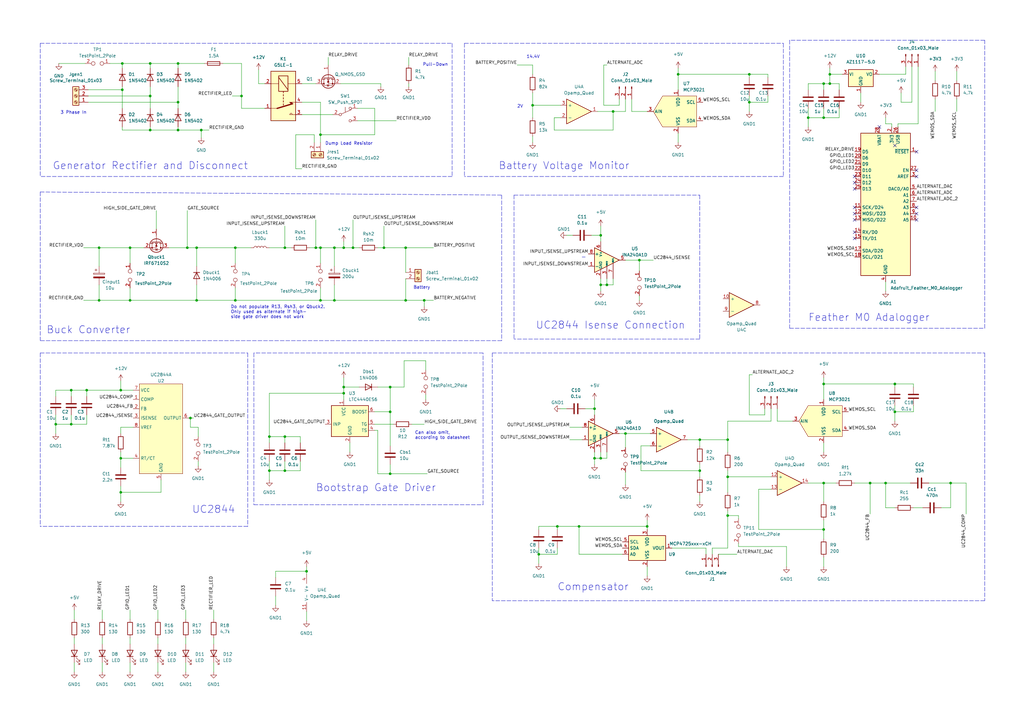
<source format=kicad_sch>
(kicad_sch (version 20211123) (generator eeschema)
  (paper "A3")
  (junction (at 61.595 53.34))
  (junction (at 129.54 101.6))
  (junction (at 337.82 34.29))
  (junction (at 251.46 45.72))
  (junction (at 29.21 173.99))
  (junction (at 96.52 101.6))
  (junction (at 243.84 167.64))
  (junction (at 157.48 101.6))
  (junction (at 287.02 193.04))
  (junction (at 298.45 180.34))
  (junction (at 110.49 193.04))
  (junction (at 337.82 217.17))
  (junction (at 278.13 30.48))
  (junction (at 265.43 215.9))
  (junction (at 246.38 116.84))
  (junction (at 35.56 160.02))
  (junction (at 131.445 55.245))
  (junction (at 40.64 101.6))
  (junction (at 337.82 157.48))
  (junction (at 78.105 171.45))
  (junction (at 29.21 160.02))
  (junction (at 166.37 123.19))
  (junction (at 287.02 180.34))
  (junction (at 61.595 39.37))
  (junction (at 137.16 101.6))
  (junction (at 173.99 123.19))
  (junction (at 131.445 101.6))
  (junction (at 166.37 101.6))
  (junction (at 53.34 101.6))
  (junction (at 144.78 101.6))
  (junction (at 82.55 53.34))
  (junction (at 61.595 26.035))
  (junction (at 49.53 187.96))
  (junction (at 137.16 123.19))
  (junction (at 307.34 30.48))
  (junction (at 53.34 123.19))
  (junction (at 131.445 123.19))
  (junction (at 73.025 41.91))
  (junction (at 116.84 101.6))
  (junction (at 337.82 198.12))
  (junction (at 125.73 234.315))
  (junction (at 160.02 168.91))
  (junction (at 246.38 96.52))
  (junction (at 363.22 198.12))
  (junction (at 73.025 26.035))
  (junction (at 110.49 179.07))
  (junction (at 49.53 160.02))
  (junction (at 337.82 48.26))
  (junction (at 140.97 161.29))
  (junction (at 228.6 215.9))
  (junction (at 220.98 227.33))
  (junction (at 96.52 123.19))
  (junction (at 40.64 123.19))
  (junction (at 22.86 173.99))
  (junction (at 218.44 43.18))
  (junction (at 340.36 34.29))
  (junction (at 331.47 48.26))
  (junction (at 80.645 101.6))
  (junction (at 49.53 201.93))
  (junction (at 298.45 211.455))
  (junction (at 340.36 30.48))
  (junction (at 80.645 123.19))
  (junction (at 367.03 168.91))
  (junction (at 237.49 215.9))
  (junction (at 262.255 106.68))
  (junction (at 298.45 195.58))
  (junction (at 356.87 198.12))
  (junction (at 256.54 177.8))
  (junction (at 160.02 158.75))
  (junction (at 160.02 194.31))
  (junction (at 140.97 158.75))
  (junction (at 140.97 101.6))
  (junction (at 50.165 36.83))
  (junction (at 73.025 53.34))
  (junction (at 389.89 198.12))
  (junction (at 116.84 193.04))
  (junction (at 246.38 187.96))
  (junction (at 243.84 187.96))
  (junction (at 99.06 39.37))
  (junction (at 76.835 101.6))
  (junction (at 367.03 157.48))
  (junction (at 116.84 179.07))
  (junction (at 50.165 26.035))
  (junction (at 307.34 41.91))
  (junction (at 248.92 116.84))
  (no_connect (at 350.52 74.93))
  (no_connect (at 350.52 77.47))
  (no_connect (at 350.52 72.39))
  (no_connect (at 350.52 90.17))
  (no_connect (at 350.52 87.63))
  (no_connect (at 350.52 85.09))
  (no_connect (at 375.92 62.23))
  (no_connect (at 375.92 69.85))
  (no_connect (at 375.92 72.39))
  (no_connect (at 375.92 90.17))
  (no_connect (at 375.92 85.09))
  (no_connect (at 375.92 87.63))
  (no_connect (at 350.52 97.79))
  (no_connect (at 350.52 95.25))
  (no_connect (at 367.03 59.69))
  (no_connect (at 360.68 52.07))
  (wire (pts (xy 298.45 172.72) (xy 316.23 172.72)))
  (wire (pts (xy 30.48 261.62) (xy 30.48 264.16)))
  (wire (pts (xy 251.46 116.84) (xy 248.92 116.84)))
  (wire (pts (xy 259.08 45.72) (xy 265.43 45.72)))
  (wire (pts (xy 153.67 173.99) (xy 161.29 173.99)))
  (polyline (pts (xy 321.31 17.78) (xy 321.31 72.39)))
  (wire (pts (xy 50.165 36.83) (xy 50.165 44.45)))
  (wire (pts (xy 99.06 26.035) (xy 99.06 39.37)))
  (wire (pts (xy 307.34 41.91) (xy 314.96 41.91)))
  (wire (pts (xy 166.37 114.3) (xy 166.37 123.19)))
  (wire (pts (xy 247.65 26.67) (xy 247.65 43.18)))
  (wire (pts (xy 166.37 101.6) (xy 177.8 101.6)))
  (polyline (pts (xy 105.41 144.78) (xy 105.41 144.78)))
  (wire (pts (xy 125.73 250.825) (xy 125.73 254.635)))
  (wire (pts (xy 140.97 154.94) (xy 140.97 158.75)))
  (wire (pts (xy 154.94 176.53) (xy 153.67 176.53)))
  (wire (pts (xy 41.91 250.19) (xy 41.91 254)))
  (wire (pts (xy 302.895 224.155) (xy 322.58 224.155)))
  (wire (pts (xy 337.82 217.17) (xy 337.82 220.98)))
  (wire (pts (xy 73.025 35.56) (xy 73.025 41.91)))
  (wire (pts (xy 337.82 157.48) (xy 367.03 157.48)))
  (wire (pts (xy 49.53 201.93) (xy 49.53 205.74)))
  (wire (pts (xy 134.62 23.495) (xy 134.62 26.67)))
  (wire (pts (xy 298.45 224.79) (xy 292.1 224.79)))
  (wire (pts (xy 331.47 48.26) (xy 337.82 48.26)))
  (wire (pts (xy 240.03 167.64) (xy 243.84 167.64)))
  (polyline (pts (xy 323.85 16.51) (xy 323.85 16.51)))
  (polyline (pts (xy 323.85 16.51) (xy 323.85 134.62)))
  (wire (pts (xy 298.45 193.04) (xy 298.45 195.58)))
  (wire (pts (xy 49.53 185.42) (xy 49.53 187.96)))
  (wire (pts (xy 36.195 41.91) (xy 73.025 41.91)))
  (wire (pts (xy 87.63 271.78) (xy 87.63 275.59)))
  (wire (pts (xy 125.73 234.315) (xy 113.03 234.315)))
  (wire (pts (xy 64.77 261.62) (xy 64.77 264.16)))
  (wire (pts (xy 127 101.6) (xy 129.54 101.6)))
  (wire (pts (xy 49.53 187.96) (xy 49.53 191.77)))
  (polyline (pts (xy 16.51 78.74) (xy 16.51 139.7)))
  (wire (pts (xy 369.57 38.1) (xy 369.57 41.91)))
  (wire (pts (xy 248.92 185.42) (xy 248.92 187.96)))
  (wire (pts (xy 77.47 171.45) (xy 78.105 171.45)))
  (wire (pts (xy 64.77 250.19) (xy 64.77 254)))
  (wire (pts (xy 30.48 271.78) (xy 30.48 275.59)))
  (wire (pts (xy 340.36 34.29) (xy 344.17 34.29)))
  (wire (pts (xy 238.76 175.26) (xy 233.68 175.26)))
  (polyline (pts (xy 185.42 17.78) (xy 185.42 72.39)))
  (wire (pts (xy 53.34 123.19) (xy 80.645 123.19)))
  (wire (pts (xy 50.165 53.34) (xy 61.595 53.34)))
  (wire (pts (xy 35.56 170.18) (xy 35.56 173.99)))
  (polyline (pts (xy 403.86 144.78) (xy 403.86 246.38)))
  (wire (pts (xy 40.64 116.84) (xy 40.64 123.19)))
  (wire (pts (xy 116.84 193.04) (xy 116.84 189.23)))
  (wire (pts (xy 246.38 92.71) (xy 246.38 96.52)))
  (wire (pts (xy 131.445 41.91) (xy 131.445 55.245)))
  (wire (pts (xy 287.02 190.5) (xy 287.02 193.04)))
  (wire (pts (xy 218.44 43.18) (xy 229.87 43.18)))
  (wire (pts (xy 50.165 35.56) (xy 50.165 36.83)))
  (wire (pts (xy 238.76 180.34) (xy 233.68 180.34)))
  (wire (pts (xy 266.7 182.88) (xy 262.89 182.88)))
  (polyline (pts (xy 210.82 80.01) (xy 210.82 139.065)))
  (wire (pts (xy 110.49 189.23) (xy 110.49 193.04)))
  (wire (pts (xy 36.195 39.37) (xy 61.595 39.37)))
  (polyline (pts (xy 210.82 80.01) (xy 287.02 80.01)))
  (wire (pts (xy 255.27 227.33) (xy 237.49 227.33)))
  (wire (pts (xy 24.13 26.035) (xy 34.925 26.035)))
  (wire (pts (xy 365.76 52.07) (xy 365.76 50.8)))
  (wire (pts (xy 363.22 50.8) (xy 363.22 48.26)))
  (wire (pts (xy 66.04 201.93) (xy 66.04 196.85)))
  (wire (pts (xy 116.84 193.04) (xy 123.19 193.04)))
  (wire (pts (xy 371.475 30.48) (xy 371.475 27.305)))
  (wire (pts (xy 228.6 215.9) (xy 220.98 215.9)))
  (polyline (pts (xy 205.74 80.01) (xy 205.74 139.7)))
  (polyline (pts (xy 287.02 80.01) (xy 287.02 139.065)))
  (wire (pts (xy 96.52 118.11) (xy 96.52 123.19)))
  (polyline (pts (xy 201.93 144.78) (xy 201.93 246.38)))
  (wire (pts (xy 298.45 211.455) (xy 298.45 224.79)))
  (polyline (pts (xy 16.51 144.78) (xy 101.6 144.78)))
  (wire (pts (xy 262.255 106.68) (xy 262.255 111.125)))
  (wire (pts (xy 165.735 147.955) (xy 174.625 147.955)))
  (wire (pts (xy 53.34 101.6) (xy 53.34 107.95)))
  (wire (pts (xy 54.61 175.26) (xy 49.53 175.26)))
  (wire (pts (xy 34.29 123.19) (xy 40.64 123.19)))
  (wire (pts (xy 166.37 123.19) (xy 173.99 123.19)))
  (wire (pts (xy 316.23 200.66) (xy 311.15 200.66)))
  (polyline (pts (xy 185.42 72.39) (xy 16.51 72.39)))
  (wire (pts (xy 174.625 147.955) (xy 174.625 151.765)))
  (polyline (pts (xy 205.74 139.7) (xy 16.51 139.7)))
  (wire (pts (xy 41.91 271.78) (xy 41.91 275.59)))
  (polyline (pts (xy 190.5 17.78) (xy 321.31 17.78)))
  (wire (pts (xy 308.61 153.67) (xy 307.34 153.67)))
  (wire (pts (xy 106.045 28.575) (xy 106.045 34.29)))
  (wire (pts (xy 243.84 187.96) (xy 246.38 187.96)))
  (wire (pts (xy 367.03 166.37) (xy 367.03 168.91)))
  (wire (pts (xy 160.02 158.75) (xy 160.02 168.91)))
  (wire (pts (xy 251.46 53.34) (xy 227.33 53.34)))
  (wire (pts (xy 298.45 195.58) (xy 316.23 195.58)))
  (wire (pts (xy 389.89 208.28) (xy 389.89 198.12)))
  (wire (pts (xy 110.49 101.6) (xy 116.84 101.6)))
  (wire (pts (xy 218.44 43.18) (xy 218.44 48.26)))
  (wire (pts (xy 287.02 193.04) (xy 262.89 193.04)))
  (wire (pts (xy 78.105 171.45) (xy 79.375 171.45)))
  (wire (pts (xy 22.86 173.99) (xy 22.86 177.8)))
  (wire (pts (xy 383.54 29.21) (xy 383.54 33.02)))
  (wire (pts (xy 87.63 250.19) (xy 87.63 254)))
  (wire (pts (xy 256.54 183.515) (xy 256.54 177.8)))
  (polyline (pts (xy 190.5 17.78) (xy 190.5 72.39)))
  (wire (pts (xy 53.34 118.11) (xy 53.34 123.19)))
  (wire (pts (xy 137.16 123.19) (xy 137.16 116.84)))
  (wire (pts (xy 302.895 222.885) (xy 302.895 224.155)))
  (wire (pts (xy 367.03 168.91) (xy 374.65 168.91)))
  (wire (pts (xy 29.21 162.56) (xy 29.21 160.02)))
  (wire (pts (xy 243.84 163.83) (xy 243.84 167.64)))
  (wire (pts (xy 218.44 38.1) (xy 218.44 43.18)))
  (wire (pts (xy 220.98 227.33) (xy 228.6 227.33)))
  (wire (pts (xy 22.86 160.02) (xy 22.86 162.56)))
  (wire (pts (xy 137.16 101.6) (xy 137.16 109.22)))
  (wire (pts (xy 331.47 48.26) (xy 331.47 52.07)))
  (wire (pts (xy 374.65 168.91) (xy 374.65 166.37)))
  (wire (pts (xy 237.49 215.9) (xy 265.43 215.9)))
  (wire (pts (xy 34.29 101.6) (xy 40.64 101.6)))
  (wire (pts (xy 80.645 101.6) (xy 96.52 101.6)))
  (polyline (pts (xy 104.14 207.01) (xy 198.12 207.01)))
  (wire (pts (xy 45.085 26.035) (xy 50.165 26.035)))
  (wire (pts (xy 337.82 157.48) (xy 337.82 163.83)))
  (wire (pts (xy 227.33 48.26) (xy 229.87 48.26)))
  (wire (pts (xy 298.45 211.455) (xy 302.895 211.455)))
  (wire (pts (xy 116.84 101.6) (xy 119.38 101.6)))
  (polyline (pts (xy 287.02 139.065) (xy 210.82 139.065)))
  (wire (pts (xy 123.19 189.23) (xy 123.19 193.04)))
  (wire (pts (xy 340.36 27.94) (xy 340.36 30.48)))
  (wire (pts (xy 113.03 234.315) (xy 113.03 236.855)))
  (wire (pts (xy 64.135 86.36) (xy 64.135 93.98)))
  (wire (pts (xy 278.13 30.48) (xy 278.13 36.83)))
  (wire (pts (xy 61.595 35.56) (xy 61.595 39.37)))
  (wire (pts (xy 298.45 201.93) (xy 298.45 195.58)))
  (polyline (pts (xy 16.51 78.74) (xy 205.74 80.01)))
  (wire (pts (xy 128.905 58.42) (xy 128.905 55.245)))
  (wire (pts (xy 154.94 101.6) (xy 157.48 101.6)))
  (wire (pts (xy 278.13 30.48) (xy 307.34 30.48)))
  (wire (pts (xy 61.595 26.035) (xy 61.595 27.94)))
  (wire (pts (xy 154.94 158.75) (xy 160.02 158.75)))
  (wire (pts (xy 174.625 161.925) (xy 174.625 163.83)))
  (polyline (pts (xy 403.86 246.38) (xy 201.93 246.38)))
  (wire (pts (xy 131.445 55.245) (xy 131.445 58.42)))
  (wire (pts (xy 262.255 121.285) (xy 262.255 123.19)))
  (wire (pts (xy 123.825 46.99) (xy 136.525 46.99)))
  (wire (pts (xy 254 177.8) (xy 256.54 177.8)))
  (wire (pts (xy 76.2 261.62) (xy 76.2 264.16)))
  (wire (pts (xy 212.09 26.67) (xy 218.44 26.67)))
  (polyline (pts (xy 403.86 16.51) (xy 323.85 16.51)))
  (wire (pts (xy 289.56 224.79) (xy 289.56 227.33)))
  (wire (pts (xy 365.76 50.8) (xy 363.22 50.8)))
  (wire (pts (xy 61.595 39.37) (xy 61.595 44.45)))
  (wire (pts (xy 143.51 181.61) (xy 143.51 185.42)))
  (wire (pts (xy 49.53 187.96) (xy 54.61 187.96)))
  (wire (pts (xy 311.15 200.66) (xy 311.15 217.17)))
  (wire (pts (xy 367.03 208.28) (xy 363.22 208.28)))
  (wire (pts (xy 278.13 27.94) (xy 278.13 30.48)))
  (polyline (pts (xy 101.6 144.78) (xy 101.6 215.9)))
  (wire (pts (xy 53.34 271.78) (xy 53.34 275.59)))
  (wire (pts (xy 22.86 173.99) (xy 29.21 173.99)))
  (wire (pts (xy 76.835 101.6) (xy 69.215 101.6)))
  (wire (pts (xy 353.06 38.1) (xy 353.06 41.91)))
  (wire (pts (xy 99.06 44.45) (xy 108.585 44.45)))
  (wire (pts (xy 73.025 53.34) (xy 82.55 53.34)))
  (wire (pts (xy 64.77 271.78) (xy 64.77 275.59)))
  (polyline (pts (xy 238.76 105.41) (xy 240.03 105.41)))
  (wire (pts (xy 167.64 23.495) (xy 167.64 26.67)))
  (wire (pts (xy 232.41 167.64) (xy 229.87 167.64)))
  (wire (pts (xy 128.905 55.245) (xy 121.285 55.245)))
  (polyline (pts (xy 101.6 215.9) (xy 16.51 215.9)))
  (wire (pts (xy 298.45 209.55) (xy 298.45 211.455)))
  (wire (pts (xy 265.43 213.36) (xy 265.43 215.9)))
  (wire (pts (xy 147.32 101.6) (xy 144.78 101.6)))
  (wire (pts (xy 248.92 114.3) (xy 248.92 116.84)))
  (wire (pts (xy 36.195 36.83) (xy 50.165 36.83)))
  (wire (pts (xy 49.53 175.26) (xy 49.53 177.8)))
  (wire (pts (xy 146.685 44.45) (xy 153.67 44.45)))
  (wire (pts (xy 160.02 158.75) (xy 165.735 158.75)))
  (wire (pts (xy 262.255 106.68) (xy 267.97 106.68)))
  (wire (pts (xy 386.08 208.28) (xy 389.89 208.28)))
  (wire (pts (xy 137.16 101.6) (xy 140.97 101.6)))
  (wire (pts (xy 256.54 177.8) (xy 266.7 177.8)))
  (wire (pts (xy 160.02 190.5) (xy 160.02 194.31)))
  (wire (pts (xy 337.82 34.29) (xy 331.47 34.29)))
  (wire (pts (xy 40.64 101.6) (xy 40.64 109.22)))
  (wire (pts (xy 363.22 198.12) (xy 373.38 198.12)))
  (wire (pts (xy 80.645 123.19) (xy 96.52 123.19)))
  (wire (pts (xy 287.02 203.2) (xy 287.02 205.74)))
  (wire (pts (xy 287.02 193.04) (xy 287.02 195.58)))
  (wire (pts (xy 153.67 168.91) (xy 160.02 168.91)))
  (wire (pts (xy 246.38 96.52) (xy 246.38 99.06)))
  (wire (pts (xy 80.645 116.84) (xy 80.645 123.19)))
  (wire (pts (xy 318.77 172.72) (xy 325.12 172.72)))
  (wire (pts (xy 116.84 179.07) (xy 123.19 179.07)))
  (wire (pts (xy 331.47 34.29) (xy 331.47 36.83)))
  (wire (pts (xy 99.06 39.37) (xy 99.06 44.45)))
  (wire (pts (xy 49.53 199.39) (xy 49.53 201.93)))
  (wire (pts (xy 243.84 185.42) (xy 243.84 187.96)))
  (wire (pts (xy 307.34 39.37) (xy 307.34 41.91)))
  (wire (pts (xy 110.49 193.04) (xy 116.84 193.04)))
  (wire (pts (xy 340.36 30.48) (xy 345.44 30.48)))
  (wire (pts (xy 129.54 101.6) (xy 131.445 101.6)))
  (wire (pts (xy 49.53 160.02) (xy 35.56 160.02)))
  (wire (pts (xy 248.92 187.96) (xy 246.38 187.96)))
  (wire (pts (xy 125.73 234.315) (xy 125.73 232.41)))
  (wire (pts (xy 298.45 172.72) (xy 298.45 180.34)))
  (wire (pts (xy 356.87 198.12) (xy 356.87 210.82)))
  (wire (pts (xy 157.48 101.6) (xy 166.37 101.6)))
  (wire (pts (xy 389.89 198.12) (xy 396.24 198.12)))
  (wire (pts (xy 383.54 40.64) (xy 383.54 45.72)))
  (wire (pts (xy 259.08 45.72) (xy 259.08 40.64)))
  (wire (pts (xy 251.46 45.72) (xy 256.54 45.72)))
  (wire (pts (xy 29.21 173.99) (xy 29.21 170.18)))
  (wire (pts (xy 298.45 185.42) (xy 298.45 180.34)))
  (wire (pts (xy 125.73 235.585) (xy 125.73 234.315)))
  (wire (pts (xy 356.87 198.12) (xy 363.22 198.12)))
  (wire (pts (xy 262.89 182.88) (xy 262.89 193.04)))
  (wire (pts (xy 154.94 194.31) (xy 154.94 176.53)))
  (wire (pts (xy 245.11 45.72) (xy 251.46 45.72)))
  (wire (pts (xy 80.645 109.22) (xy 80.645 101.6)))
  (wire (pts (xy 314.96 41.91) (xy 314.96 39.37)))
  (wire (pts (xy 96.52 101.6) (xy 96.52 107.95)))
  (polyline (pts (xy 16.51 17.78) (xy 185.42 17.78)))
  (wire (pts (xy 337.82 213.36) (xy 337.82 217.17)))
  (wire (pts (xy 96.52 123.19) (xy 131.445 123.19)))
  (wire (pts (xy 140.97 163.83) (xy 140.97 161.29)))
  (wire (pts (xy 337.82 154.94) (xy 337.82 157.48)))
  (wire (pts (xy 110.49 179.07) (xy 110.49 181.61)))
  (polyline (pts (xy 104.14 144.78) (xy 104.14 207.01)))
  (wire (pts (xy 376.555 27.305) (xy 376.555 50.8)))
  (wire (pts (xy 311.15 217.17) (xy 337.82 217.17)))
  (wire (pts (xy 61.595 52.07) (xy 61.595 53.34)))
  (wire (pts (xy 374.65 208.28) (xy 378.46 208.28)))
  (wire (pts (xy 123.19 179.07) (xy 123.19 181.61)))
  (wire (pts (xy 337.82 198.12) (xy 337.82 205.74)))
  (wire (pts (xy 337.82 181.61) (xy 337.82 185.42)))
  (wire (pts (xy 256.54 106.68) (xy 262.255 106.68)))
  (wire (pts (xy 265.43 215.9) (xy 265.43 217.17)))
  (wire (pts (xy 337.82 34.29) (xy 340.36 34.29)))
  (wire (pts (xy 316.23 172.72) (xy 316.23 167.64)))
  (wire (pts (xy 153.67 55.245) (xy 131.445 55.245)))
  (wire (pts (xy 337.82 48.26) (xy 344.17 48.26)))
  (wire (pts (xy 129.54 90.17) (xy 129.54 101.6)))
  (wire (pts (xy 363.22 115.57) (xy 363.22 119.38)))
  (wire (pts (xy 76.835 86.36) (xy 76.835 101.6)))
  (wire (pts (xy 242.57 96.52) (xy 246.38 96.52)))
  (polyline (pts (xy 198.12 144.78) (xy 104.14 144.78)))
  (wire (pts (xy 243.84 187.96) (xy 243.84 190.5)))
  (wire (pts (xy 307.34 30.48) (xy 307.34 31.75)))
  (wire (pts (xy 246.38 116.84) (xy 246.38 119.38)))
  (wire (pts (xy 80.645 101.6) (xy 76.835 101.6)))
  (wire (pts (xy 131.445 118.11) (xy 131.445 123.19)))
  (wire (pts (xy 87.63 261.62) (xy 87.63 264.16)))
  (wire (pts (xy 307.34 41.91) (xy 307.34 45.72)))
  (wire (pts (xy 140.97 161.29) (xy 140.97 158.75)))
  (wire (pts (xy 337.82 36.83) (xy 337.82 34.29)))
  (polyline (pts (xy 16.51 17.78) (xy 16.51 72.39)))
  (wire (pts (xy 246.38 185.42) (xy 246.38 187.96)))
  (wire (pts (xy 140.97 158.75) (xy 147.32 158.75)))
  (wire (pts (xy 344.17 34.29) (xy 344.17 36.83)))
  (wire (pts (xy 220.98 227.33) (xy 220.98 231.14)))
  (wire (pts (xy 251.46 45.72) (xy 251.46 53.34)))
  (wire (pts (xy 248.92 26.67) (xy 247.65 26.67)))
  (wire (pts (xy 116.84 179.07) (xy 110.49 179.07)))
  (wire (pts (xy 110.49 179.07) (xy 110.49 161.29)))
  (wire (pts (xy 168.91 173.99) (xy 173.99 173.99)))
  (wire (pts (xy 256.54 193.675) (xy 256.54 198.755)))
  (wire (pts (xy 246.38 116.84) (xy 248.92 116.84)))
  (wire (pts (xy 256.54 45.72) (xy 256.54 40.64)))
  (wire (pts (xy 146.685 49.53) (xy 162.56 49.53)))
  (wire (pts (xy 344.17 44.45) (xy 344.17 48.26)))
  (wire (pts (xy 116.84 181.61) (xy 116.84 179.07)))
  (wire (pts (xy 22.86 170.18) (xy 22.86 173.99)))
  (wire (pts (xy 234.95 96.52) (xy 232.41 96.52)))
  (wire (pts (xy 50.165 27.94) (xy 50.165 26.035)))
  (wire (pts (xy 367.03 168.91) (xy 367.03 172.72)))
  (wire (pts (xy 302.895 212.725) (xy 302.895 211.455)))
  (wire (pts (xy 254 40.64) (xy 254 43.18)))
  (wire (pts (xy 73.025 52.07) (xy 73.025 53.34)))
  (wire (pts (xy 278.13 54.61) (xy 278.13 58.42)))
  (wire (pts (xy 110.49 161.29) (xy 140.97 161.29)))
  (wire (pts (xy 41.91 261.62) (xy 41.91 264.16)))
  (wire (pts (xy 121.285 69.215) (xy 123.825 69.215)))
  (wire (pts (xy 368.3 50.8) (xy 376.555 50.8)))
  (wire (pts (xy 337.82 48.26) (xy 337.82 44.45)))
  (wire (pts (xy 368.3 52.07) (xy 368.3 50.8)))
  (polyline (pts (xy 323.85 134.62) (xy 403.86 134.62)))
  (wire (pts (xy 243.84 167.64) (xy 243.84 170.18)))
  (wire (pts (xy 228.6 215.9) (xy 228.6 217.17)))
  (wire (pts (xy 166.37 101.6) (xy 166.37 111.76)))
  (wire (pts (xy 53.34 250.19) (xy 53.34 254)))
  (wire (pts (xy 49.53 160.02) (xy 49.53 156.21)))
  (wire (pts (xy 137.16 123.19) (xy 166.37 123.19)))
  (wire (pts (xy 331.47 44.45) (xy 331.47 48.26)))
  (wire (pts (xy 76.2 271.78) (xy 76.2 275.59)))
  (wire (pts (xy 106.045 34.29) (xy 108.585 34.29)))
  (wire (pts (xy 389.89 198.12) (xy 381 198.12)))
  (wire (pts (xy 160.02 168.91) (xy 160.02 182.88)))
  (polyline (pts (xy 198.12 207.01) (xy 198.12 144.78)))
  (wire (pts (xy 54.61 160.02) (xy 49.53 160.02)))
  (wire (pts (xy 49.53 201.93) (xy 66.04 201.93)))
  (wire (pts (xy 313.69 167.64) (xy 313.69 170.18)))
  (wire (pts (xy 139.7 34.29) (xy 156.21 34.29)))
  (wire (pts (xy 220.98 215.9) (xy 220.98 217.17)))
  (wire (pts (xy 275.59 224.79) (xy 289.56 224.79)))
  (wire (pts (xy 292.1 224.79) (xy 292.1 227.33)))
  (wire (pts (xy 173.99 123.19) (xy 173.99 125.73)))
  (wire (pts (xy 337.82 228.6) (xy 337.82 232.41)))
  (wire (pts (xy 350.52 198.12) (xy 356.87 198.12)))
  (wire (pts (xy 360.68 30.48) (xy 371.475 30.48)))
  (wire (pts (xy 53.34 101.6) (xy 59.055 101.6)))
  (wire (pts (xy 116.84 92.71) (xy 116.84 101.6)))
  (wire (pts (xy 29.21 160.02) (xy 35.56 160.02)))
  (wire (pts (xy 173.99 123.19) (xy 177.8 123.19)))
  (wire (pts (xy 363.22 208.28) (xy 363.22 198.12)))
  (wire (pts (xy 123.825 41.91) (xy 131.445 41.91)))
  (wire (pts (xy 40.64 101.6) (xy 53.34 101.6)))
  (wire (pts (xy 76.2 250.19) (xy 76.2 254)))
  (wire (pts (xy 392.43 40.64) (xy 392.43 45.72)))
  (wire (pts (xy 30.48 250.19) (xy 30.48 254)))
  (wire (pts (xy 50.165 52.07) (xy 50.165 53.34)))
  (wire (pts (xy 50.165 26.035) (xy 61.595 26.035)))
  (wire (pts (xy 140.97 101.6) (xy 144.78 101.6)))
  (polyline (pts (xy 403.86 134.62) (xy 403.86 16.51)))
  (wire (pts (xy 165.735 158.75) (xy 165.735 147.955)))
  (wire (pts (xy 287.02 180.34) (xy 287.02 182.88)))
  (wire (pts (xy 144.78 90.17) (xy 144.78 101.6)))
  (wire (pts (xy 314.96 30.48) (xy 314.96 31.75)))
  (wire (pts (xy 392.43 29.21) (xy 392.43 33.02)))
  (wire (pts (xy 131.445 123.19) (xy 137.16 123.19)))
  (wire (pts (xy 157.48 92.71) (xy 157.48 101.6)))
  (wire (pts (xy 322.58 224.155) (xy 322.58 232.41)))
  (wire (pts (xy 331.47 198.12) (xy 337.82 198.12)))
  (wire (pts (xy 227.33 53.34) (xy 227.33 48.26)))
  (wire (pts (xy 78.105 171.45) (xy 78.105 175.26)))
  (wire (pts (xy 35.56 160.02) (xy 35.56 162.56)))
  (wire (pts (xy 156.21 35.56) (xy 156.21 34.29)))
  (wire (pts (xy 374.015 27.305) (xy 374.015 41.91)))
  (wire (pts (xy 160.02 194.31) (xy 154.94 194.31)))
  (wire (pts (xy 220.98 224.79) (xy 220.98 227.33)))
  (wire (pts (xy 313.69 170.18) (xy 307.34 170.18)))
  (wire (pts (xy 81.28 175.26) (xy 81.28 179.07)))
  (wire (pts (xy 73.025 26.035) (xy 73.025 27.94)))
  (wire (pts (xy 140.97 99.06) (xy 140.97 101.6)))
  (wire (pts (xy 95.25 39.37) (xy 99.06 39.37)))
  (wire (pts (xy 73.025 26.035) (xy 83.82 26.035)))
  (wire (pts (xy 61.595 53.34) (xy 73.025 53.34)))
  (wire (pts (xy 73.025 41.91) (xy 73.025 44.45)))
  (wire (pts (xy 337.82 198.12) (xy 342.9 198.12)))
  (wire (pts (xy 131.445 101.6) (xy 137.16 101.6)))
  (wire (pts (xy 40.64 123.19) (xy 53.34 123.19)))
  (wire (pts (xy 396.24 198.12) (xy 396.24 210.82)))
  (polyline (pts (xy 321.31 72.39) (xy 190.5 72.39)))
  (wire (pts (xy 113.03 244.475) (xy 113.03 248.285)))
  (wire (pts (xy 254 43.18) (xy 247.65 43.18)))
  (wire (pts (xy 78.105 175.26) (xy 81.28 175.26)))
  (wire (pts (xy 237.49 215.9) (xy 228.6 215.9)))
  (wire (pts (xy 314.96 30.48) (xy 307.34 30.48)))
  (wire (pts (xy 218.44 26.67) (xy 218.44 30.48)))
  (wire (pts (xy 53.34 261.62) (xy 53.34 264.16)))
  (wire (pts (xy 298.45 180.34) (xy 287.02 180.34)))
  (wire (pts (xy 153.67 44.45) (xy 153.67 55.245)))
  (wire (pts (xy 218.44 55.88) (xy 218.44 58.42)))
  (polyline (pts (xy 16.51 144.78) (xy 16.51 215.9)))
  (wire (pts (xy 307.34 153.67) (xy 307.34 170.18)))
  (wire (pts (xy 369.57 41.91) (xy 374.015 41.91)))
  (wire (pts (xy 91.44 26.035) (xy 99.06 26.035)))
  (wire (pts (xy 160.02 194.31) (xy 175.26 194.31)))
  (wire (pts (xy 123.825 34.29) (xy 129.54 34.29)))
  (wire (pts (xy 61.595 26.035) (xy 73.025 26.035)))
  (wire (pts (xy 318.77 172.72) (xy 318.77 167.64)))
  (wire (pts (xy 367.03 157.48) (xy 367.03 158.75)))
  (wire (pts (xy 237.49 227.33) (xy 237.49 215.9)))
  (wire (pts (xy 265.43 232.41) (xy 265.43 236.22)))
  (wire (pts (xy 281.94 180.34) (xy 287.02 180.34)))
  (wire (pts (xy 340.36 30.48) (xy 340.36 34.29)))
  (wire (pts (xy 82.55 53.34) (xy 82.55 56.515)))
  (wire (pts (xy 246.38 114.3) (xy 246.38 116.84)))
  (wire (pts (xy 121.285 55.245) (xy 121.285 69.215)))
  (wire (pts (xy 131.445 101.6) (xy 131.445 107.95)))
  (wire (pts (xy 228.6 227.33) (xy 228.6 224.79)))
  (wire (pts (xy 96.52 101.6) (xy 102.87 101.6)))
  (polyline (pts (xy 201.93 144.78) (xy 403.86 144.78)))
  (wire (pts (xy 29.21 160.02) (xy 22.86 160.02)))
  (wire (pts (xy 82.55 53.34) (xy 85.725 53.34)))
  (wire (pts (xy 110.49 193.04) (xy 110.49 196.85)))
  (wire (pts (xy 29.21 173.99) (xy 35.56 173.99)))
  (wire (pts (xy 374.65 157.48) (xy 374.65 158.75)))
  (wire (pts (xy 294.64 227.33) (xy 302.26 227.33)))
  (wire (pts (xy 167.64 34.29) (xy 167.64 35.56)))
  (wire (pts (xy 81.28 189.23) (xy 81.28 191.135)))
  (wire (pts (xy 374.65 157.48) (xy 367.03 157.48)))
  (wire (pts (xy 251.46 114.3) (xy 251.46 116.84)))
  (text "Bootstrap Gate Driver" (at 129.54 201.93 0) (effects (font (size 3 3)) (justify left bottom)))
  (text "Can also omit, \naccording to datasheet" (at 170.18 180.34 0) (effects (font (size 1.27 1.27)) (justify left bottom)))
  (text "UC2844" (at 78.74 210.82 0) (effects (font (size 3 3)) (justify left bottom)))
  (text "14.4V" (at 215.9 24.13 0) (effects (font (size 1.27 1.27)) (justify left bottom)))
  (text "UC2844 Isense Connection" (at 219.71 135.255 0) (effects (font (size 3 3)) (justify left bottom)))
  (text "Pull-Down" (at 173.355 27.305 0) (effects (font (size 1.27 1.27)) (justify left bottom)))
  (text "2V" (at 212.09 44.45 0) (effects (font (size 1.27 1.27)) (justify left bottom)))
  (text "Generator Rectifier and Disconnect" (at 21.59 69.85 0) (effects (font (size 3 3)) (justify left bottom)))
  (text "Compensator" (at 228.6 242.57 0) (effects (font (size 3 3)) (justify left bottom)))
  (text "Do not populate R13, Rsh3, or Qbuck2.\nOnly used as alternate if high-\nside gate driver does not work" (at 94.615 130.81 0) (effects (font (size 1.27 1.27)) (justify left bottom)))
  (text "Battery Voltage Monitor" (at 204.47 69.85 0) (effects (font (size 3 3)) (justify left bottom)))
  (text "Buck Converter" (at 19.05 137.16 0) (effects (font (size 3 3)) (justify left bottom)))
  (text "Battery" (at 169.545 118.745 0) (effects (font (size 1.27 1.27)) (justify left bottom)))
  (text "3 Phase In" (at 24.765 46.99 0) (effects (font (size 1.27 1.27)) (justify left bottom)))
  (text "Dump Load Resistor" (at 133.35 59.69 0) (effects (font (size 1.27 1.27)) (justify left bottom)))
  (text "Feather M0 Adalogger" (at 331.47 132.08 0) (effects (font (size 3 3)) (justify left bottom)))
  (label "GPIO_LED3" (at 350.52 69.85 180))
  (label "RELAY_DRIVE" (at 41.91 250.19 90))
  (label "RELAY_DRIVE" (at 350.52 62.23 180))
  (label "BATTERY_POSITIVE" (at 212.09 26.67 180))
  (label "WEMOS_SDA" (at 383.54 45.72 270))
  (label "HIGH_SIDE_GATE_DRIVE" (at 173.99 173.99 0))
  (label "WEMOS_SDA" (at 288.29 49.53 0))
  (label "OUTPUT_ISENSE_DOWNSTREAM" (at 157.48 92.71 0))
  (label "ALTERNATE_ADC_2" (at 375.92 82.55 0))
  (label "WEMOS_SDA" (at 347.98 176.53 0))
  (label "BATTERY_POSITIVE" (at 177.8 101.6 0))
  (label "INPUT_ISENSE_DOWNSTREAM" (at 241.3 109.22 180))
  (label "RECTIFIER_GND" (at 85.725 53.34 0))
  (label "OUTPUT_ISENSE_UPSTREAM" (at 144.78 90.17 0))
  (label "UC2844_FB" (at 356.87 210.82 270))
  (label "ALTERNATE_DAC" (at 375.92 77.47 0))
  (label "WEMOS_SCL" (at 288.29 41.91 0))
  (label "ALTERNATE_DAC" (at 302.26 227.33 0))
  (label "UC2844_FB" (at 54.61 167.64 180))
  (label "RECTIFIER_VDD" (at 34.29 101.6 180))
  (label "RECTIFIER_LED" (at 87.63 250.19 90))
  (label "UC2844_ISENSE" (at 267.97 106.68 0))
  (label "GATE_SOURCE" (at 175.26 194.31 0))
  (label "INPUT_ISENSE_UPSTREAM" (at 241.3 104.14 180))
  (label "RELAY_DRIVE" (at 167.64 23.495 0))
  (label "HIGH_SIDE_GATE_DRIVE" (at 64.135 86.36 180))
  (label "GPIO_LED3" (at 76.2 250.19 90))
  (label "INPUT_ISENSE_UPSTREAM" (at 116.84 92.71 180))
  (label "GATE_SOURCE" (at 76.835 86.36 0))
  (label "WEMOS_SCL" (at 392.43 45.72 270))
  (label "WEMOS_SCL" (at 347.98 168.91 0))
  (label "RELAY_DRIVE" (at 134.62 23.495 0))
  (label "BATTERY_NEGATIVE" (at 177.8 123.19 0))
  (label "ALTERNATE_ADC" (at 248.92 26.67 0))
  (label "GPIO_LED2" (at 350.52 67.31 180))
  (label "GPIO_LED1" (at 53.34 250.19 90))
  (label "UC2844_GATE_OUTPUT" (at 133.35 173.99 180))
  (label "ALTERNATE_ADC" (at 375.92 80.01 0))
  (label "UC2844_COMP" (at 54.61 163.83 180))
  (label "OUTPUT_ISENSE_DOWNSTREAM" (at 233.68 180.34 180))
  (label "WEMOS_SCL" (at 255.27 222.25 180))
  (label "WEMOS_SCL" (at 350.52 105.41 180))
  (label "RECTIFIER_VDD" (at 162.56 49.53 0))
  (label "GPIO_LED2" (at 64.77 250.19 90))
  (label "ALTERNATE_ADC_2" (at 308.61 153.67 0))
  (label "WEMOS_SDA" (at 255.27 224.79 180))
  (label "UC2844_COMP" (at 396.24 210.82 270))
  (label "INPUT_ISENSE_DOWNSTREAM" (at 129.54 90.17 180))
  (label "OUTPUT_ISENSE_UPSTREAM" (at 233.68 175.26 180))
  (label "RECTIFIER_GND" (at 123.825 69.215 0))
  (label "RECTIFIER_GND" (at 34.29 123.19 180))
  (label "RECTIFIER_LED" (at 95.25 39.37 180))
  (label "WEMOS_SDA" (at 350.52 102.87 180))
  (label "UC2844_GATE_OUTPUT" (at 79.375 171.45 0))
  (label "GPIO_LED1" (at 350.52 64.77 180))
  (label "UC2844_ISENSE" (at 54.61 171.45 180))
  (symbol (lib_id "Connector:TestPoint_2Pole") (at 53.34 113.03 270) (unit 1)
    (property "Reference" "TP2" (at 55.88 112.395 90) (effects (justify left)))
    (property "Value" "TestPoint_2Pole" (at 55.245 116.205 90) (effects (justify left)))
    (property "Footprint" "small_wind_turbine:Oscilloscope_Test_Point" (effects hide))
  )
  (symbol (lib_id "Device:R") (at 287.02 186.69 180) (unit 1)
    (property "Reference" "R2" (at 289.56 185.4199 0) (effects (justify right)))
    (property "Value" "12k" (at 289.56 187.9599 0) (effects (justify right)))
    (property "Footprint" "Resistor_SMD:R_0805_2012Metric" (effects hide))
  )
  (symbol (lib_id "Device:C") (at 382.27 208.28 90) (unit 1)
    (property "Reference" "Cc1" (at 382.27 200.66 90))
    (property "Value" "470n" (at 382.27 203.2 90))
    (property "Footprint" "Capacitor_SMD:C_0805_2012Metric" (effects hide))
  )
  (symbol (lib_id "power:GND1") (at 30.48 275.59 0) (unit 1)
    (property "Reference" "#PWR040" (effects hide))
    (property "Value" "GND1" (at 30.48 280.67 0))
  )
  (symbol (lib_id "Device:C") (at 22.86 166.37 0) (unit 1)
    (property "Reference" "C1" (at 19.05 168.91 0) (effects (justify left)))
    (property "Value" "10u" (at 19.05 171.45 0) (effects (justify left)))
    (property "Footprint" "Capacitor_SMD:C_0805_2012Metric" (effects hide))
  )
  (symbol (lib_id "Device:LED") (at 30.48 267.97 90) (unit 1)
    (property "Reference" "D7" (at 34.29 268.2874 90) (effects (justify right)))
    (property "Value" "LED" (at 34.29 270.8274 90) (effects (justify right)))
    (property "Footprint" "LED_SMD:LED_0603_1608Metric" (effects hide))
  )
  (symbol (lib_id "Device:C") (at 337.82 40.64 0) (unit 1)
    (property "Reference" "C15" (at 334.01 43.18 0) (effects (justify left)))
    (property "Value" "1u" (at 334.01 45.72 0) (effects (justify left)))
    (property "Footprint" "Capacitor_SMD:C_0805_2012Metric" (effects hide))
  )
  (symbol (lib_id "Device:R") (at 298.45 205.74 0) (unit 1)
    (property "Reference" "R7" (at 300.99 204.4699 0) (effects (justify left)))
    (property "Value" "1k" (at 300.99 207.0099 0) (effects (justify left)))
    (property "Footprint" "Resistor_SMD:R_0805_2012Metric" (effects hide))
  )
  (symbol (lib_id "Device:C") (at 220.98 220.98 0) (unit 1)
    (property "Reference" "C8" (at 217.17 223.52 0) (effects (justify left)))
    (property "Value" "10u" (at 217.17 226.06 0) (effects (justify left)))
    (property "Footprint" "Capacitor_SMD:C_0805_2012Metric" (effects hide))
  )
  (symbol (lib_id "Regulator_Linear:AZ1117-5.0") (at 353.06 30.48 0) (unit 1)
    (property "Reference" "U10" (at 353.06 22.86 0))
    (property "Value" "AZ1117-5.0" (at 353.06 25.4 0))
    (property "Footprint" "Package_TO_SOT_SMD:SOT-223-3_TabPin2" (effects hide))
    (property "Datasheet" "https://www.diodes.com/assets/Datasheets/AZ1117I.pdf" (effects hide))
  )
  (symbol (lib_id "Device:Q_NMOS_GSD") (at 134.62 31.75 90) (mirror x) (unit 1)
    (property "Reference" "Q1" (at 127 32.385 90))
    (property "Value" "Q_NMOS_GSD" (at 149.86 30.48 90) (effects (justify left)))
    (property "Footprint" "Package_TO_SOT_SMD:SOT-23" (effects hide))
  )
  (symbol (lib_id "power:GND1") (at 156.21 35.56 0) (unit 1)
    (property "Reference" "#PWR011" (effects hide))
    (property "Value" "GND1" (at 156.21 40.005 0))
  )
  (symbol (lib_id "Connector:Conn_01x03_Male") (at 374.015 22.225 270) (unit 1)
    (property "Reference" "J4" (at 374.015 17.145 90))
    (property "Value" "Conn_01x03_Male" (at 376.555 19.685 90))
    (property "Footprint" "Connector_PinHeader_2.54mm:PinHeader_1x03_P2.54mm_Vertical" (effects hide))
  )
  (symbol (lib_id "Device:C") (at 331.47 40.64 0) (unit 1)
    (property "Reference" "C14" (at 327.66 43.18 0) (effects (justify left)))
    (property "Value" "10u" (at 327.66 45.72 0) (effects (justify left)))
    (property "Footprint" "Capacitor_SMD:C_0805_2012Metric" (effects hide))
  )
  (symbol (lib_id "Connector:Screw_Terminal_01x02") (at 131.445 63.5 270) (unit 1)
    (property "Reference" "Jres1" (at 133.985 62.2299 90) (effects (justify left)))
    (property "Value" "Screw_Terminal_01x02" (at 133.985 64.7699 90) (effects (justify left)))
    (property "Footprint" "small_wind_turbine:CUI_TBP01R1-508-02BE" (effects hide))
    (property "Datasheet" "https://www.cuidevices.com/product/resource/tbp01r1-508.pdf" (effects hide))
  )
  (symbol (lib_id "Connector:Conn_01x03_Male") (at 292.1 232.41 90) (unit 1)
    (property "Reference" "J1" (at 292.1 237.49 90))
    (property "Value" "Conn_01x03_Male" (at 289.56 234.95 90))
    (property "Footprint" "Connector_PinHeader_2.54mm:PinHeader_1x03_P2.54mm_Vertical" (effects hide))
  )
  (symbol (lib_id "Device:C") (at 35.56 166.37 0) (unit 1)
    (property "Reference" "C3" (at 31.75 168.91 0) (effects (justify left)))
    (property "Value" "0.1u" (at 30.48 171.45 0) (effects (justify left)))
    (property "Footprint" "Capacitor_SMD:C_0805_2012Metric" (effects hide))
  )
  (symbol (lib_id "Device:Fuse") (at 87.63 26.035 90) (unit 1)
    (property "Reference" "F1" (at 87.63 20.32 90))
    (property "Value" "1.5A" (at 87.63 22.86 90))
    (property "Footprint" "small_wind_turbine:FUSE_4527" (effects hide))
  )
  (symbol (lib_id "power:GND1") (at 110.49 196.85 0) (unit 1)
    (property "Reference" "#PWR08" (effects hide))
    (property "Value" "GND1" (at 110.49 201.93 0))
  )
  (symbol (lib_id "Diode:1N5402") (at 50.165 31.75 270) (unit 1)
    (property "Reference" "D1" (at 52.705 30.4799 90) (effects (justify left)))
    (property "Value" "1N5402" (at 52.705 33.0199 90) (effects (justify left)))
    (property "Footprint" "small_wind_turbine:TO-277A" (effects hide))
    (property "Datasheet" "http://www.vishay.com/docs/88516/1n5400.pdf" (effects hide))
  )
  (symbol (lib_id "Device:LED") (at 76.2 267.97 90) (unit 1)
    (property "Reference" "D11" (at 80.01 268.2874 90) (effects (justify right)))
    (property "Value" "LED" (at 80.01 270.8274 90) (effects (justify right)))
    (property "Footprint" "LED_SMD:LED_0603_1608Metric" (effects hide))
  )
  (symbol (lib_id "Connector:TestPoint_2Pole") (at 262.255 116.205 270) (unit 1)
    (property "Reference" "TP10" (at 264.16 114.9349 90) (effects (justify left)))
    (property "Value" "TestPoint_2Pole" (at 264.16 117.4749 90) (effects (justify left)))
    (property "Footprint" "small_wind_turbine:Oscilloscope_Test_Point" (effects hide))
  )
  (symbol (lib_id "power:GND1") (at 246.38 119.38 0) (unit 1)
    (property "Reference" "#PWR04" (effects hide))
    (property "Value" "GND1" (at 246.38 124.46 0))
  )
  (symbol (lib_id "power:GND1") (at 232.41 96.52 270) (unit 1)
    (property "Reference" "#PWR035" (effects hide))
    (property "Value" "GND1" (at 228.6 93.98 90) (effects (justify left)))
  )
  (symbol (lib_id "Driver_FET:LTC4440ES6") (at 143.51 173.99 0) (unit 1)
    (property "Reference" "U3" (at 142.9894 161.29 0) (effects (justify left)))
    (property "Value" "LTC4440ES6" (at 142.9894 163.83 0) (effects (justify left)))
    (property "Footprint" "Package_TO_SOT_SMD:SOT-23-6" (effects hide))
    (property "Datasheet" "https://www.analog.com/media/en/technical-documentation/data-sheets/4440fb.pdf" (effects hide))
  )
  (symbol (lib_id "just_energy_hub:MCP3021") (at 278.13 45.72 0) (unit 1)
    (property "Reference" "U7" (at 280.1494 34.29 0) (effects (justify left)))
    (property "Value" "MCP3021" (at 280.1494 36.83 0) (effects (justify left)))
    (property "Footprint" "Package_TO_SOT_SMD:SOT-23-5" (effects hide))
    (property "Datasheet" "https://ww1.microchip.com/downloads/aemDocuments/documents/APID/ProductDocuments/DataSheets/20001805C.pdf" (effects hide))
  )
  (symbol (lib_id "power:GND1") (at 265.43 236.22 0) (unit 1)
    (property "Reference" "#PWR020" (effects hide))
    (property "Value" "GND1" (at 265.43 241.3 0))
  )
  (symbol (lib_id "power:GND1") (at 76.2 275.59 0) (unit 1)
    (property "Reference" "#PWR044" (effects hide))
    (property "Value" "GND1" (at 76.2 280.67 0))
  )
  (symbol (lib_id "power:GND1") (at 220.98 231.14 0) (unit 1)
    (property "Reference" "#PWR033" (effects hide))
    (property "Value" "GND1" (at 220.98 236.22 0))
  )
  (symbol (lib_id "Device:C") (at 236.22 167.64 90) (unit 1)
    (property "Reference" "C10" (at 236.22 160.02 90))
    (property "Value" "0.1u" (at 236.22 162.56 90))
    (property "Footprint" "Capacitor_SMD:C_0805_2012Metric" (effects hide))
  )
  (symbol (lib_id "Connector:TestPoint_2Pole") (at 96.52 113.03 270) (unit 1)
    (property "Reference" "TP4" (at 99.06 112.395 90) (effects (justify left)))
    (property "Value" "TestPoint_2Pole" (at 98.425 116.205 90) (effects (justify left)))
    (property "Footprint" "small_wind_turbine:Oscilloscope_Test_Point" (effects hide))
  )
  (symbol (lib_id "Device:C") (at 29.21 166.37 0) (unit 1)
    (property "Reference" "C2" (at 25.4 168.91 0) (effects (justify left)))
    (property "Value" "1u" (at 25.4 171.45 0) (effects (justify left)))
    (property "Footprint" "Capacitor_SMD:C_0805_2012Metric" (effects hide))
  )
  (symbol (lib_id "power:GND1") (at 256.54 198.755 0) (unit 1)
    (property "Reference" "#PWR055" (effects hide))
    (property "Value" "GND1" (at 256.54 203.835 0))
  )
  (symbol (lib_id "power:GND1") (at 22.86 177.8 0) (unit 1)
    (property "Reference" "#PWR03" (effects hide))
    (property "Value" "GND1" (at 22.86 182.88 0))
  )
  (symbol (lib_id "just_energy_hub:MCP3021") (at 337.82 172.72 0) (unit 1)
    (property "Reference" "U8" (at 339.8394 161.29 0) (effects (justify left)))
    (property "Value" "MCP3021" (at 339.8394 163.83 0) (effects (justify left)))
    (property "Footprint" "Package_TO_SOT_SMD:SOT-23-5" (effects hide))
    (property "Datasheet" "https://ww1.microchip.com/downloads/aemDocuments/documents/APID/ProductDocuments/DataSheets/20001805C.pdf" (effects hide))
  )
  (symbol (lib_id "just_energy_hub:UC2844A") (at 66.04 168.91 0) (unit 1)
    (property "Reference" "U2" (at 66.04 156.21 0))
    (property "Value" "UC2844A" (at 66.04 153.67 0))
    (property "Footprint" "Package_SO:SOIC-8_3.9x4.9mm_P1.27mm" (effects hide))
    (property "Datasheet" "https://www.ti.com/lit/ds/symlink/uc2844a.pdf" (effects hide))
  )
  (symbol (lib_id "Device:R") (at 123.19 101.6 90) (unit 1)
    (property "Reference" "Rsh1" (at 123.19 95.25 90))
    (property "Value" "10m" (at 123.19 97.79 90))
    (property "Footprint" "Resistor_SMD:R_1206_3216Metric" (effects hide))
  )
  (symbol (lib_id "Device:C") (at 344.17 40.64 0) (unit 1)
    (property "Reference" "C16" (at 340.36 43.18 0) (effects (justify left)))
    (property "Value" "0.1u" (at 339.09 45.72 0) (effects (justify left)))
    (property "Footprint" "Capacitor_SMD:C_0805_2012Metric" (effects hide))
  )
  (symbol (lib_id "Device:R") (at 370.84 208.28 90) (unit 1)
    (property "Reference" "Rc1" (at 370.84 201.93 90))
    (property "Value" "255" (at 370.84 204.47 90))
    (property "Footprint" "Resistor_SMD:R_0805_2012Metric" (effects hide))
  )
  (symbol (lib_id "power:+12V") (at 140.97 154.94 0) (unit 1)
    (property "Reference" "#PWR09" (effects hide))
    (property "Value" "+12V" (at 140.97 149.86 0))
  )
  (symbol (lib_id "power:GND1") (at 287.02 205.74 0) (unit 1)
    (property "Reference" "#PWR037" (effects hide))
    (property "Value" "GND1" (at 287.02 210.82 0))
  )
  (symbol (lib_id "power:GND1") (at 174.625 163.83 0) (unit 1)
    (property "Reference" "#PWR054" (effects hide))
    (property "Value" "GND1" (at 174.625 168.91 0))
  )
  (symbol (lib_id "Device:R") (at 151.13 101.6 90) (unit 1)
    (property "Reference" "Rsh2" (at 151.13 95.885 90))
    (property "Value" "10m" (at 151.13 98.425 90))
    (property "Footprint" "Resistor_SMD:R_1206_3216Metric" (effects hide))
  )
  (symbol (lib_id "Connector:Screw_Terminal_01x03") (at 31.115 39.37 180) (unit 1)
    (property "Reference" "Jgen1" (at 31.115 30.48 0))
    (property "Value" "Screw_Terminal_01x03" (at 31.115 33.02 0))
    (property "Footprint" "small_wind_turbine:CUI_TBP01R1-508-03BE" (effects hide))
    (property "Datasheet" "https://www.cuidevices.com/product/resource/tbp01r1-508.pdf" (effects hide))
  )
  (symbol (lib_id "Device:R") (at 337.82 224.79 0) (unit 1)
    (property "Reference" "R9" (at 340.36 223.5199 0) (effects (justify left)))
    (property "Value" "200" (at 340.36 226.0599 0) (effects (justify left)))
    (property "Footprint" "Resistor_SMD:R_0805_2012Metric" (effects hide))
  )
  (symbol (lib_id "Connector:Conn_01x03_Male") (at 316.23 162.56 270) (unit 1)
    (property "Reference" "J3" (at 316.23 157.48 90))
    (property "Value" "Conn_01x03_Male" (at 318.77 160.02 90))
    (property "Footprint" "Connector_PinHeader_2.54mm:PinHeader_1x03_P2.54mm_Vertical" (effects hide))
  )
  (symbol (lib_id "Device:R") (at 298.45 189.23 180) (unit 1)
    (property "Reference" "R6" (at 300.99 187.9599 0) (effects (justify right)))
    (property "Value" "200" (at 300.99 190.4999 0) (effects (justify right)))
    (property "Footprint" "Resistor_SMD:R_0805_2012Metric" (effects hide))
  )
  (symbol (lib_id "power:+12V") (at 49.53 156.21 0) (unit 1)
    (property "Reference" "#PWR01" (effects hide))
    (property "Value" "+12V" (at 49.53 151.13 0))
  )
  (symbol (lib_id "Device:LED") (at 64.77 267.97 90) (unit 1)
    (property "Reference" "D10" (at 68.58 268.2874 90) (effects (justify right)))
    (property "Value" "LED" (at 68.58 270.8274 90) (effects (justify right)))
    (property "Footprint" "LED_SMD:LED_0603_1608Metric" (effects hide))
  )
  (symbol (lib_id "Device:Opamp_Quad") (at 128.27 243.205 0) (unit 5)
    (property "Reference" "U4" (at 132.08 241.935 0))
    (property "Value" "Opamp_Quad" (at 133.35 244.475 0))
    (property "Footprint" "Package_SO:SOIC-14_3.9x8.7mm_P1.27mm" (effects hide))
    (property "Datasheet" "https://www.ti.com/lit/ds/symlink/tlv9064.pdf" (effects hide))
  )
  (symbol (lib_id "power:GND1") (at 353.06 41.91 0) (unit 1)
    (property "Reference" "#PWR026" (effects hide))
    (property "Value" "GND1" (at 353.06 46.99 0))
  )
  (symbol (lib_id "power:GND1") (at 87.63 275.59 0) (unit 1)
    (property "Reference" "#PWR045" (effects hide))
    (property "Value" "GND1" (at 87.63 280.67 0))
  )
  (symbol (lib_id "Device:R") (at 53.34 257.81 0) (unit 1)
    (property "Reference" "R15" (at 55.88 256.5399 0) (effects (justify left)))
    (property "Value" "130" (at 55.88 259.0799 0) (effects (justify left)))
    (property "Footprint" "Resistor_SMD:R_0805_2012Metric" (effects hide))
  )
  (symbol (lib_id "Device:R") (at 41.91 257.81 0) (unit 1)
    (property "Reference" "R14" (at 44.45 256.5399 0) (effects (justify left)))
    (property "Value" "130" (at 44.45 259.0799 0) (effects (justify left)))
    (property "Footprint" "Resistor_SMD:R_0805_2012Metric" (effects hide))
  )
  (symbol (lib_id "Device:C") (at 314.96 35.56 0) (unit 1)
    (property "Reference" "C13" (at 311.15 38.1 0) (effects (justify left)))
    (property "Value" "0.1u" (at 309.88 40.64 0) (effects (justify left)))
    (property "Footprint" "Capacitor_SMD:C_0805_2012Metric" (effects hide))
  )
  (symbol (lib_id "Diode:1N5402") (at 73.025 48.26 270) (unit 1)
    (property "Reference" "D6" (at 75.565 46.9899 90) (effects (justify left)))
    (property "Value" "1N5402" (at 75.565 49.5299 90) (effects (justify left)))
    (property "Footprint" "small_wind_turbine:TO-277A" (effects hide))
    (property "Datasheet" "http://www.vishay.com/docs/88516/1n5400.pdf" (effects hide))
  )
  (symbol (lib_id "Device:LED") (at 87.63 267.97 90) (unit 1)
    (property "Reference" "D12" (at 91.44 268.2874 90) (effects (justify right)))
    (property "Value" "LED" (at 91.44 270.8274 90) (effects (justify right)))
    (property "Footprint" "LED_SMD:LED_0603_1608Metric" (effects hide))
  )
  (symbol (lib_id "power:GND1") (at 337.82 185.42 0) (unit 1)
    (property "Reference" "#PWR048" (effects hide))
    (property "Value" "GND1" (at 337.82 190.5 0))
  )
  (symbol (lib_id "power:GND1") (at 41.91 275.59 0) (unit 1)
    (property "Reference" "#PWR041" (effects hide))
    (property "Value" "GND1" (at 41.91 280.67 0))
  )
  (symbol (lib_id "MCU_Module:Adafruit_Feather_M0_Adalogger") (at 363.22 82.55 0) (unit 1)
    (property "Reference" "A1" (at 365.2394 115.57 0) (effects (justify left)))
    (property "Value" "Adafruit_Feather_M0_Adalogger" (at 365.2394 118.11 0) (effects (justify left)))
    (property "Footprint" "Module:Adafruit_Feather" (effects hide))
    (property "Datasheet" "https://cdn-learn.adafruit.com/downloads/pdf/adafruit-feather-m0-adalogger.pdf" (effects hide))
  )
  (symbol (lib_id "power:GND1") (at 262.255 123.19 0) (unit 1)
    (property "Reference" "#PWR056" (effects hide))
    (property "Value" "GND1" (at 262.255 128.27 0))
  )
  (symbol (lib_id "Device:C") (at 238.76 96.52 90) (unit 1)
    (property "Reference" "C11" (at 238.76 88.9 90))
    (property "Value" "0.1u" (at 238.76 91.44 90))
    (property "Footprint" "Capacitor_SMD:C_0805_2012Metric" (effects hide))
  )
  (symbol (lib_id "Device:R") (at 49.53 181.61 0) (unit 1)
    (property "Reference" "Rt1" (at 41.91 180.34 0) (effects (justify left)))
    (property "Value" "7.87k" (at 41.91 182.88 0) (effects (justify left)))
    (property "Footprint" "Resistor_SMD:R_0805_2012Metric" (effects hide))
  )
  (symbol (lib_id "power:+5V") (at 125.73 232.41 0) (unit 1)
    (property "Reference" "#PWR016" (effects hide))
    (property "Value" "+5V" (at 125.73 226.695 0))
  )
  (symbol (lib_id "power:+5V") (at 243.84 163.83 0) (unit 1)
    (property "Reference" "#PWR013" (effects hide))
    (property "Value" "+5V" (at 243.84 158.115 0))
  )
  (symbol (lib_id "Device:LED") (at 53.34 267.97 90) (unit 1)
    (property "Reference" "D9" (at 57.15 268.2874 90) (effects (justify right)))
    (property "Value" "LED" (at 57.15 270.8274 90) (effects (justify right)))
    (property "Footprint" "LED_SMD:LED_0603_1608Metric" (effects hide))
  )
  (symbol (lib_id "power:GND1") (at 278.13 58.42 0) (unit 1)
    (property "Reference" "#PWR023" (effects hide))
    (property "Value" "GND1" (at 278.13 63.5 0))
  )
  (symbol (lib_id "Device:C") (at 113.03 240.665 0) (unit 1)
    (property "Reference" "C7" (at 116.84 239.3949 0) (effects (justify left)))
    (property "Value" "0.1u" (at 116.84 241.9349 0) (effects (justify left)))
    (property "Footprint" "Capacitor_SMD:C_0805_2012Metric" (effects hide))
  )
  (symbol (lib_id "Diode:1N5402") (at 61.595 31.75 270) (unit 1)
    (property "Reference" "D3" (at 64.135 30.4799 90) (effects (justify left)))
    (property "Value" "1N5402" (at 64.135 33.0199 90) (effects (justify left)))
    (property "Footprint" "small_wind_turbine:TO-277A" (effects hide))
    (property "Datasheet" "http://www.vishay.com/docs/88516/1n5400.pdf" (effects hide))
  )
  (symbol (lib_id "power:GND1") (at 81.28 191.135 0) (unit 1)
    (property "Reference" "#PWR051" (effects hide))
    (property "Value" "GND1" (at 81.28 196.215 0))
  )
  (symbol (lib_id "Device:R") (at 383.54 36.83 0) (unit 1)
    (property "Reference" "R10" (at 386.08 35.5599 0) (effects (justify left)))
    (property "Value" "4.7k" (at 386.08 38.0999 0) (effects (justify left)))
    (property "Footprint" "Resistor_SMD:R_0805_2012Metric" (effects hide))
  )
  (symbol (lib_id "power:+5V") (at 278.13 27.94 0) (unit 1)
    (property "Reference" "#PWR022" (effects hide))
    (property "Value" "+5V" (at 278.13 22.225 0))
  )
  (symbol (lib_id "power:+5V") (at 246.38 92.71 0) (unit 1)
    (property "Reference" "#PWR036" (effects hide))
    (property "Value" "+5V" (at 246.38 86.995 0))
  )
  (symbol (lib_id "Device:R") (at 287.02 199.39 180) (unit 1)
    (property "Reference" "R3" (at 289.56 198.1199 0) (effects (justify right)))
    (property "Value" "3k" (at 289.56 200.6599 0) (effects (justify right)))
    (property "Footprint" "Resistor_SMD:R_0805_2012Metric" (effects hide))
  )
  (symbol (lib_id "power:GND1") (at 229.87 167.64 270) (unit 1)
    (property "Reference" "#PWR034" (effects hide))
    (property "Value" "GND1" (at 226.06 165.1 90) (effects (justify left)))
  )
  (symbol (lib_id "Device:R") (at 64.77 257.81 0) (unit 1)
    (property "Reference" "R16" (at 67.31 256.5399 0) (effects (justify left)))
    (property "Value" "130" (at 67.31 259.0799 0) (effects (justify left)))
    (property "Footprint" "Resistor_SMD:R_0805_2012Metric" (effects hide))
  )
  (symbol (lib_id "Switch:SW_Push_SPDT") (at 141.605 46.99 0) (unit 1)
    (property "Reference" "SW1" (at 141.605 39.37 0))
    (property "Value" "SW_Push_SPDT" (at 141.605 41.91 0))
    (property "Footprint" "small_wind_turbine:manual_switch" (effects hide))
  )
  (symbol (lib_id "Device:R") (at 30.48 257.81 0) (unit 1)
    (property "Reference" "R13" (at 33.02 256.5399 0) (effects (justify left)))
    (property "Value" "300" (at 33.02 259.0799 0) (effects (justify left)))
    (property "Footprint" "Resistor_SMD:R_0805_2012Metric" (effects hide))
  )
  (symbol (lib_id "power:+5V") (at 369.57 38.1 0) (unit 1)
    (property "Reference" "#PWR032" (effects hide))
    (property "Value" "+5V" (at 369.57 33.02 0))
  )
  (symbol (lib_id "power:GND1") (at 367.03 172.72 0) (unit 1)
    (property "Reference" "#PWR049" (effects hide))
    (property "Value" "GND1" (at 367.03 177.8 0))
  )
  (symbol (lib_id "power:GND1") (at 113.03 248.285 0) (unit 1)
    (property "Reference" "#PWR021" (effects hide))
    (property "Value" "GND1" (at 113.03 253.365 0))
  )
  (symbol (lib_id "power:GND1") (at 64.77 275.59 0) (unit 1)
    (property "Reference" "#PWR043" (effects hide))
    (property "Value" "GND1" (at 64.77 280.67 0))
  )
  (symbol (lib_id "Device:R") (at 167.64 30.48 0) (unit 1)
    (property "Reference" "R1" (at 170.18 29.2099 0) (effects (justify left)))
    (property "Value" "4.7k" (at 170.18 31.7499 0) (effects (justify left)))
    (property "Footprint" "Resistor_SMD:R_0805_2012Metric" (effects hide))
  )
  (symbol (lib_id "Connector:TestPoint_2Pole") (at 256.54 188.595 270) (unit 1)
    (property "Reference" "TP9" (at 258.445 187.3249 90) (effects (justify left)))
    (property "Value" "TestPoint_2Pole" (at 258.445 189.8649 90) (effects (justify left)))
    (property "Footprint" "small_wind_turbine:Oscilloscope_Test_Point" (effects hide))
  )
  (symbol (lib_id "power:GND1") (at 53.34 275.59 0) (unit 1)
    (property "Reference" "#PWR042" (effects hide))
    (property "Value" "GND1" (at 53.34 280.67 0))
  )
  (symbol (lib_id "power:GND1") (at 331.47 52.07 0) (unit 1)
    (property "Reference" "#PWR039" (effects hide))
    (property "Value" "GND1" (at 331.47 57.15 0))
  )
  (symbol (lib_id "Device:L") (at 106.68 101.6 90) (unit 1)
    (property "Reference" "Lbuck1" (at 106.68 95.25 90))
    (property "Value" "330u" (at 106.68 97.79 90))
    (property "Footprint" "small_wind_turbine:smd_inductor" (effects hide))
    (property "Datasheet" "https://search.murata.co.jp/Ceramy/image/img/P02A/kmp_6000b.pdf" (effects hide))
  )
  (symbol (lib_id "power:+12V") (at 106.045 28.575 0) (unit 1)
    (property "Reference" "#PWR046" (effects hide))
    (property "Value" "+12V" (at 106.045 23.495 0))
  )
  (symbol (lib_id "Device:Opamp_Quad") (at 323.85 198.12 0) (unit 4)
    (property "Reference" "U4" (at 323.85 187.96 0))
    (property "Value" "Opamp_Quad" (at 323.85 190.5 0))
    (property "Footprint" "Package_SO:SOIC-14_3.9x8.7mm_P1.27mm" (effects hide))
    (property "Datasheet" "https://www.ti.com/lit/ds/symlink/tlv9064.pdf" (effects hide))
  )
  (symbol (lib_id "Device:Opamp_Quad") (at 304.165 125.095 0) (unit 3)
    (property "Reference" "U4" (at 304.165 135.255 0))
    (property "Value" "Opamp_Quad" (at 304.165 132.715 0))
    (property "Footprint" "Package_SO:SOIC-14_3.9x8.7mm_P1.27mm" (effects hide))
    (property "Datasheet" "https://www.ti.com/lit/ds/symlink/tlv9064.pdf" (effects hide))
  )
  (symbol (lib_id "Diode:1N5402") (at 61.595 48.26 270) (unit 1)
    (property "Reference" "D4" (at 64.135 46.9899 90) (effects (justify left)))
    (property "Value" "1N5402" (at 64.135 49.5299 90) (effects (justify left)))
    (property "Footprint" "small_wind_turbine:TO-277A" (effects hide))
    (property "Datasheet" "http://www.vishay.com/docs/88516/1n5400.pdf" (effects hide))
  )
  (symbol (lib_id "Device:C_Polarized") (at 40.64 113.03 0) (unit 1)
    (property "Reference" "Cinput1" (at 41.91 115.57 0) (effects (justify left)))
    (property "Value" "10u" (at 43.18 118.11 0) (effects (justify left)))
    (property "Footprint" "Capacitor_THT:CP_Radial_D6.3mm_P2.50mm" (effects hide))
  )
  (symbol (lib_id "power:GND1") (at 173.99 125.73 0) (unit 1)
    (property "Reference" "#PWR012" (effects hide))
    (property "Value" "GND1" (at 173.99 130.81 0))
  )
  (symbol (lib_id "Connector:Conn_01x03_Male") (at 256.54 35.56 270) (unit 1)
    (property "Reference" "J2" (at 256.54 30.48 90))
    (property "Value" "Conn_01x03_Male" (at 259.08 33.02 90))
    (property "Footprint" "Connector_PinHeader_2.54mm:PinHeader_1x03_P2.54mm_Vertical" (effects hide))
  )
  (symbol (lib_id "power:+3V3") (at 392.43 29.21 0) (unit 1)
    (property "Reference" "#PWR031" (effects hide))
    (property "Value" "+3V3" (at 392.43 24.13 0))
  )
  (symbol (lib_id "power:GND1") (at 143.51 185.42 0) (unit 1)
    (property "Reference" "#PWR015" (effects hide))
    (property "Value" "GND1" (at 143.51 190.5 0))
  )
  (symbol (lib_id "Device:R") (at 76.2 257.81 0) (unit 1)
    (property "Reference" "R17" (at 78.74 256.5399 0) (effects (justify left)))
    (property "Value" "130" (at 78.74 259.0799 0) (effects (justify left)))
    (property "Footprint" "Resistor_SMD:R_0805_2012Metric" (effects hide))
  )
  (symbol (lib_id "Device:R") (at 337.82 209.55 180) (unit 1)
    (property "Reference" "R8" (at 340.36 208.2799 0) (effects (justify right)))
    (property "Value" "1k" (at 340.36 210.8199 0) (effects (justify right)))
    (property "Footprint" "Resistor_SMD:R_0805_2012Metric" (effects hide))
  )
  (symbol (lib_id "power:GND1") (at 363.22 119.38 0) (unit 1)
    (property "Reference" "#PWR029" (effects hide))
    (property "Value" "GND1" (at 363.22 124.46 0))
  )
  (symbol (lib_id "power:+5V") (at 265.43 213.36 0) (unit 1)
    (property "Reference" "#PWR019" (effects hide))
    (property "Value" "+5V" (at 265.43 207.645 0))
  )
  (symbol (lib_id "Device:Opamp_Quad") (at 274.32 180.34 0) (unit 2)
    (property "Reference" "U4" (at 274.32 168.91 0))
    (property "Value" "Opamp_Quad" (at 274.32 172.72 0))
    (property "Footprint" "Package_SO:SOIC-14_3.9x8.7mm_P1.27mm" (effects hide))
    (property "Datasheet" "https://www.ti.com/lit/ds/symlink/tlv9064.pdf" (effects hide))
  )
  (symbol (lib_id "Device:C") (at 367.03 162.56 0) (unit 1)
    (property "Reference" "C17" (at 363.22 165.1 0) (effects (justify left)))
    (property "Value" "10u" (at 363.22 167.64 0) (effects (justify left)))
    (property "Footprint" "Capacitor_SMD:C_0805_2012Metric" (effects hide))
  )
  (symbol (lib_id "Amplifier_Current:INA240A1D") (at 246.38 177.8 0) (unit 1)
    (property "Reference" "U6" (at 257.81 173.101 0))
    (property "Value" "INA240A1D" (at 257.81 175.641 0))
    (property "Footprint" "Package_SO:SOIC-8_3.9x4.9mm_P1.27mm" (effects hide))
    (property "Datasheet" "https://www.ti.com/lit/ds/symlink/ina240.pdf" (effects hide))
  )
  (symbol (lib_id "Connector:TestPoint_2Pole") (at 40.005 26.035 180) (unit 1)
    (property "Reference" "TP1" (at 40.005 20.32 0))
    (property "Value" "TestPoint_2Pole" (at 40.005 22.86 0))
    (property "Footprint" "small_wind_turbine:Oscilloscope_Test_Point" (effects hide))
  )
  (symbol (lib_id "Device:LED") (at 41.91 267.97 90) (unit 1)
    (property "Reference" "D8" (at 45.72 268.2874 90) (effects (justify right)))
    (property "Value" "LED" (at 45.72 270.8274 90) (effects (justify right)))
    (property "Footprint" "LED_SMD:LED_0603_1608Metric" (effects hide))
  )
  (symbol (lib_id "Device:R") (at 392.43 36.83 0) (unit 1)
    (property "Reference" "R11" (at 394.97 35.5599 0) (effects (justify left)))
    (property "Value" "4.7k" (at 394.97 38.0999 0) (effects (justify left)))
    (property "Footprint" "Resistor_SMD:R_0805_2012Metric" (effects hide))
  )
  (symbol (lib_id "Diode:1N5402") (at 50.165 48.26 270) (unit 1)
    (property "Reference" "D2" (at 52.705 46.9899 90) (effects (justify left)))
    (property "Value" "1N5402" (at 52.705 49.5299 90) (effects (justify left)))
    (property "Footprint" "small_wind_turbine:TO-277A" (effects hide))
    (property "Datasheet" "http://www.vishay.com/docs/88516/1n5400.pdf" (effects hide))
  )
  (symbol (lib_id "Device:R") (at 218.44 34.29 0) (unit 1)
    (property "Reference" "R4" (at 220.98 33.0199 0) (effects (justify left)))
    (property "Value" "82k" (at 220.98 35.5599 0) (effects (justify left)))
    (property "Footprint" "Resistor_SMD:R_0805_2012Metric" (effects hide))
  )
  (symbol (lib_id "Connector:TestPoint_2Pole") (at 81.28 184.15 270) (unit 1)
    (property "Reference" "TP3" (at 83.185 182.8799 90) (effects (justify left)))
    (property "Value" "TestPoint_2Pole" (at 83.185 185.4199 90) (effects (justify left)))
    (property "Footprint" "small_wind_turbine:Oscilloscope_Test_Point" (effects hide))
  )
  (symbol (lib_id "Device:C") (at 307.34 35.56 0) (unit 1)
    (property "Reference" "C12" (at 303.53 38.1 0) (effects (justify left)))
    (property "Value" "10u" (at 303.53 40.64 0) (effects (justify left)))
    (property "Footprint" "Capacitor_SMD:C_0805_2012Metric" (effects hide))
  )
  (symbol (lib_id "Diode:1N4006") (at 151.13 158.75 180) (unit 1)
    (property "Reference" "Dbs1" (at 151.13 152.4 0))
    (property "Value" "1N4006" (at 151.13 154.94 0))
    (property "Footprint" "small_wind_turbine:TO-277A" (effects hide))
    (property "Datasheet" "http://www.vishay.com/docs/88503/1n4001.pdf" (effects hide))
  )
  (symbol (lib_id "power:+5V") (at 337.82 154.94 0) (unit 1)
    (property "Reference" "#PWR047" (effects hide))
    (property "Value" "+5V" (at 337.82 149.225 0))
  )
  (symbol (lib_id "Connector:TestPoint_2Pole") (at 174.625 156.845 270) (unit 1)
    (property "Reference" "TP8" (at 176.53 155.5749 90) (effects (justify left)))
    (property "Value" "TestPoint_2Pole" (at 176.53 158.1149 90) (effects (justify left)))
    (property "Footprint" "small_wind_turbine:Oscilloscope_Test_Point" (effects hide))
  )
  (symbol (lib_id "Connector:Screw_Terminal_01x02") (at 171.45 111.76 0) (unit 1)
    (property "Reference" "Jbat1" (at 174.625 111.7599 0) (effects (justify left)))
    (property "Value" "Screw_Terminal_01x02" (at 174.625 114.2999 0) (effects (justify left)))
    (property "Footprint" "small_wind_turbine:CUI_TBP01R1-508-02BE" (effects hide))
    (property "Datasheet" "https://www.cuidevices.com/product/resource/tbp01r1-508.pdf" (effects hide))
  )
  (symbol (lib_id "Connector:TestPoint_2Pole") (at 302.895 217.805 270) (unit 1)
    (property "Reference" "TP11" (at 304.8 216.5349 90) (effects (justify left)))
    (property "Value" "TestPoint_2Pole" (at 304.8 219.0749 90) (effects (justify left)))
    (property "Footprint" "small_wind_turbine:Oscilloscope_Test_Point" (effects hide))
  )
  (symbol (lib_id "Device:R") (at 218.44 52.07 0) (unit 1)
    (property "Reference" "R5" (at 220.98 50.7999 0) (effects (justify left)))
    (property "Value" "13k" (at 220.98 53.3399 0) (effects (justify left)))
    (property "Footprint" "Resistor_SMD:R_0805_2012Metric" (effects hide))
  )
  (symbol (lib_id "Device:R") (at 87.63 257.81 0) (unit 1)
    (property "Reference" "R18" (at 90.17 256.5399 0) (effects (justify left)))
    (property "Value" "4.7k" (at 90.17 259.0799 0) (effects (justify left)))
    (property "Footprint" "Resistor_SMD:R_0805_2012Metric" (effects hide))
  )
  (symbol (lib_id "power:+12V") (at 340.36 27.94 0) (unit 1)
    (property "Reference" "#PWR025" (effects hide))
    (property "Value" "+12V" (at 340.36 22.86 0))
  )
  (symbol (lib_id "Device:C_Polarized") (at 137.16 113.03 0) (unit 1)
    (property "Reference" "Cbuck1" (at 140.335 110.8709 0) (effects (justify left)))
    (property "Value" "200u" (at 140.335 113.4109 0) (effects (justify left)))
    (property "Footprint" "Capacitor_THT:CP_Radial_D12.5mm_P5.00mm" (effects hide))
  )
  (symbol (lib_id "power:+5V") (at 30.48 250.19 0) (unit 1)
    (property "Reference" "#PWR010" (effects hide))
    (property "Value" "+5V" (at 30.48 245.11 0))
  )
  (symbol (lib_id "Device:C") (at 228.6 220.98 0) (unit 1)
    (property "Reference" "C9" (at 224.79 223.52 0) (effects (justify left)))
    (property "Value" "0.1u" (at 223.52 226.06 0) (effects (justify left)))
    (property "Footprint" "Capacitor_SMD:C_0805_2012Metric" (effects hide))
  )
  (symbol (lib_id "Analog_DAC:MCP4725xxx-xCH") (at 265.43 224.79 0) (unit 1)
    (property "Reference" "U9" (at 275.59 227.33 0))
    (property "Value" "MCP4725xxx-xCH" (at 283.21 222.9993 0))
    (property "Footprint" "Package_TO_SOT_SMD:SOT-23-6" (effects hide))
    (property "Datasheet" "http://ww1.microchip.com/downloads/en/DeviceDoc/22039d.pdf" (effects hide))
  )
  (symbol (lib_id "Device:Q_NMOS_GSD") (at 64.135 99.06 270) (unit 1)
    (property "Reference" "Qbuck1" (at 64.135 105.41 90))
    (property "Value" "IRF6710S2" (at 64.135 107.95 90))
    (property "Footprint" "Package_TO_SOT_THT:TO-220-3_Vertical" (effects hide))
  )
  (symbol (lib_id "power:+12V") (at 140.97 99.06 0) (unit 1)
    (property "Reference" "#PWR07" (effects hide))
    (property "Value" "+12V" (at 140.97 93.98 0))
  )
  (symbol (lib_id "Relay:G5LE-1") (at 116.205 39.37 270) (unit 1)
    (property "Reference" "K1" (at 116.205 24.13 90))
    (property "Value" "G5LE-1" (at 116.205 26.67 90))
    (property "Footprint" "small_wind_turbine:Relay_SPDT_Omron_G5LE-1" (effects hide))
    (property "Datasheet" "http://www.omron.com/ecb/products/pdf/en-g5le.pdf" (effects hide))
  )
  (symbol (lib_id "power:GND1") (at 243.84 190.5 0) (unit 1)
    (property "Reference" "#PWR014" (effects hide))
    (property "Value" "GND1" (at 243.84 195.58 0))
  )
  (symbol (lib_id "power:GND1") (at 49.53 205.74 0) (unit 1)
    (property "Reference" "#PWR02" (effects hide))
    (property "Value" "GND1" (at 49.53 210.82 0))
  )
  (symbol (lib_id "power:+3V3") (at 363.22 48.26 0) (unit 1)
    (property "Reference" "#PWR030" (effects hide))
    (property "Value" "+3V3" (at 363.22 43.18 0))
  )
  (symbol (lib_id "Device:R") (at 346.71 198.12 90) (unit 1)
    (property "Reference" "Rf1" (at 346.71 191.77 90))
    (property "Value" "1.27k" (at 346.71 194.31 90))
    (property "Footprint" "Resistor_SMD:R_0805_2012Metric" (effects hide))
  )
  (symbol (lib_id "Device:Opamp_Quad") (at 237.49 45.72 0) (unit 1)
    (property "Reference" "U4" (at 237.49 35.56 0))
    (property "Value" "Opamp_Quad" (at 237.49 38.1 0))
    (property "Footprint" "Package_SO:SOIC-14_3.9x8.7mm_P1.27mm" (effects hide))
    (property "Datasheet" "https://www.ti.com/lit/ds/symlink/tlv9064.pdf" (effects hide))
  )
  (symbol (lib_id "power:GND") (at 24.13 26.035 0) (unit 1)
    (property "Reference" "#PWR050" (effects hide))
    (property "Value" "GND" (at 24.13 31.115 0))
  )
  (symbol (lib_id "Diode:1N4006") (at 80.645 113.03 270) (unit 1)
    (property "Reference" "Dbuck1" (at 83.185 111.7599 90) (effects (justify left)))
    (property "Value" "1N4006" (at 83.185 114.2999 90) (effects (justify left)))
    (property "Footprint" "small_wind_turbine:TO-277A" (effects hide))
    (property "Datasheet" "http://www.vishay.com/docs/88503/1n4001.pdf" (effects hide))
  )
  (symbol (lib_id "Device:C") (at 123.19 185.42 0) (unit 1)
    (property "Reference" "C6" (at 119.38 187.96 0) (effects (justify left)))
    (property "Value" "0.1u" (at 118.11 190.5 0) (effects (justify left)))
    (property "Footprint" "Capacitor_SMD:C_0805_2012Metric" (effects hide))
  )
  (symbol (lib_id "Device:C") (at 116.84 185.42 0) (unit 1)
    (property "Reference" "C5" (at 113.03 187.96 0) (effects (justify left)))
    (property "Value" "1u" (at 113.03 190.5 0) (effects (justify left)))
    (property "Footprint" "Capacitor_SMD:C_0805_2012Metric" (effects hide))
  )
  (symbol (lib_id "power:GND1") (at 167.64 35.56 0) (unit 1)
    (property "Reference" "#PWR06" (effects hide))
    (property "Value" "GND1" (at 167.64 40.005 0))
  )
  (symbol (lib_id "Device:C") (at 374.65 162.56 0) (unit 1)
    (property "Reference" "C18" (at 370.84 165.1 0) (effects (justify left)))
    (property "Value" "0.1u" (at 369.57 167.64 0) (effects (justify left)))
    (property "Footprint" "Capacitor_SMD:C_0805_2012Metric" (effects hide))
  )
  (symbol (lib_id "power:GND1") (at 307.34 45.72 0) (unit 1)
    (property "Reference" "#PWR038" (effects hide))
    (property "Value" "GND1" (at 307.34 50.8 0))
  )
  (symbol (lib_id "Device:C") (at 110.49 185.42 0) (unit 1)
    (property "Reference" "C4" (at 106.68 187.96 0) (effects (justify left)))
    (property "Value" "10u" (at 106.68 190.5 0) (effects (justify left)))
    (property "Footprint" "Capacitor_SMD:C_0805_2012Metric" (effects hide))
  )
  (symbol (lib_id "power:GND") (at 82.55 56.515 0) (unit 1)
    (property "Reference" "#PWR05" (effects hide))
    (property "Value" "GND" (at 82.55 61.595 0))
  )
  (symbol (lib_id "Device:C") (at 377.19 198.12 270) (unit 1)
    (property "Reference" "Cc2" (at 377.19 190.5 90))
    (property "Value" "33n" (at 377.19 193.04 90))
    (property "Footprint" "Capacitor_SMD:C_0805_2012Metric" (effects hide))
  )
  (symbol (lib_id "Amplifier_Current:INA240A1D") (at 248.92 106.68 0) (unit 1)
    (property "Reference" "U5" (at 260.35 101.981 0))
    (property "Value" "INA240A1D" (at 260.35 104.521 0))
    (property "Footprint" "Package_SO:SOIC-8_3.9x4.9mm_P1.27mm" (effects hide))
    (property "Datasheet" "http://www.ti.com/lit/ds/symlink/ina240.pdf" (effects hide))
  )
  (symbol (lib_id "power:GND1") (at 337.82 232.41 0) (unit 1)
    (property "Reference" "#PWR024" (effects hide))
    (property "Value" "GND1" (at 337.82 237.49 0))
  )
  (symbol (lib_id "power:GND1") (at 218.44 58.42 0) (unit 1)
    (property "Reference" "#PWR018" (effects hide))
    (property "Value" "GND1" (at 218.44 63.5 0))
  )
  (symbol (lib_id "Device:R") (at 165.1 173.99 90) (unit 1)
    (property "Reference" "R12" (at 165.1 179.07 90))
    (property "Value" "10" (at 165.1 176.53 90))
    (property "Footprint" "Resistor_SMD:R_0805_2012Metric" (effects hide))
  )
  (symbol (lib_id "Connector:TestPoint_2Pole") (at 131.445 113.03 270) (unit 1)
    (property "Reference" "TP6" (at 125.095 116.205 90) (effects (justify left)))
    (property "Value" "TestPoint_2Pole" (at 114.935 119.38 90) (effects (justify left)))
    (property "Footprint" "small_wind_turbine:Oscilloscope_Test_Point" (effects hide))
  )
  (symbol (lib_id "Device:C") (at 49.53 195.58 0) (unit 1)
    (property "Reference" "Ct1" (at 41.91 194.31 0) (effects (justify left)))
    (property "Value" "2.2n" (at 41.91 196.85 0) (effects (justify left)))
    (property "Footprint" "Capacitor_SMD:C_0805_2012Metric" (effects hide))
  )
  (symbol (lib_id "power:GND1") (at 125.73 254.635 0) (unit 1)
    (property "Reference" "#PWR017" (effects hide))
    (property "Value" "GND1" (at 125.73 259.715 0))
  )
  (symbol (lib_id "power:GND1") (at 322.58 232.41 0) (unit 1)
    (property "Reference" "#PWR057" (effects hide))
    (property "Value" "GND1" (at 322.58 237.49 0))
  )
  (symbol (lib_id "Device:C") (at 160.02 186.69 0) (unit 1)
    (property "Reference" "Cbs1" (at 163.83 185.4199 0) (effects (justify left)))
    (property "Value" "10u" (at 163.83 187.9599 0) (effects (justify left)))
    (property "Footprint" "Capacitor_THT:CP_Radial_D8.0mm_P3.50mm" (effects hide))
  )
  (symbol (lib_id "Diode:1N5402") (at 73.025 31.75 270) (unit 1)
    (property "Reference" "D5" (at 75.565 30.4799 90) (effects (justify left)))
    (property "Value" "1N5402" (at 75.565 33.0199 90) (effects (justify left)))
    (property "Footprint" "small_wind_turbine:TO-277A" (effects hide))
    (property "Datasheet" "http://www.vishay.com/docs/88516/1n5400.pdf" (effects hide))
  )
  (symbol (lib_id "power:+3V3") (at 383.54 29.21 0) (unit 1)
    (property "Reference" "#PWR027" (effects hide))
    (property "Value" "+3V3" (at 383.54 24.13 0))
  )
)
</source>
